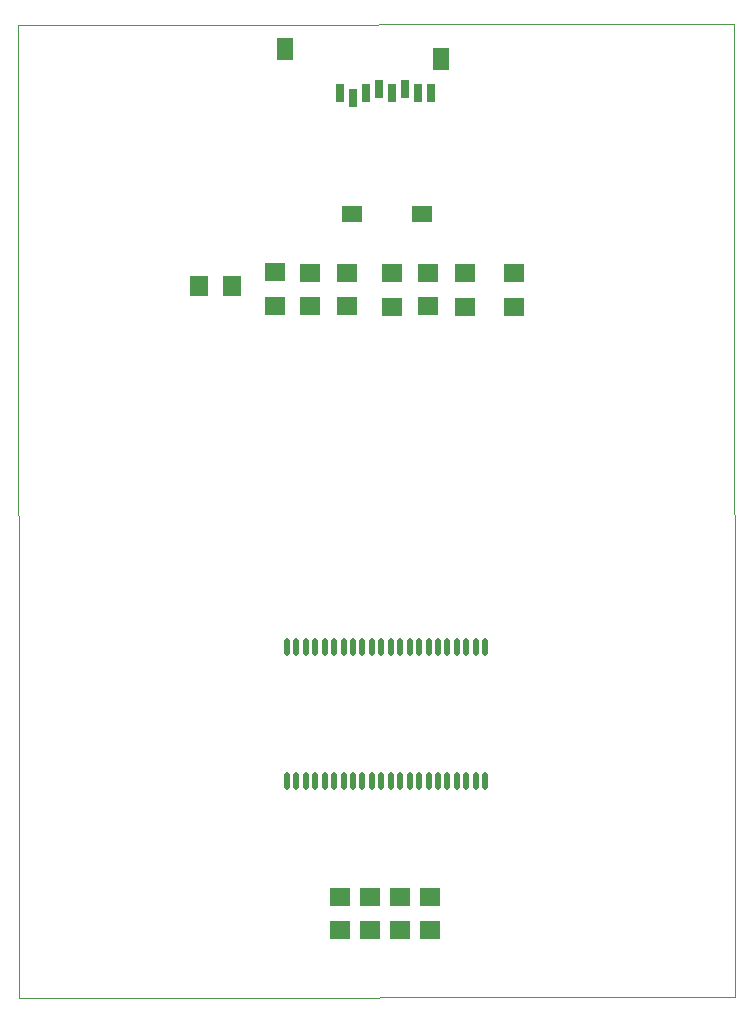
<source format=gtp>
G75*
%MOIN*%
%OFA0B0*%
%FSLAX25Y25*%
%IPPOS*%
%LPD*%
%AMOC8*
5,1,8,0,0,1.08239X$1,22.5*
%
%ADD10C,0.00000*%
%ADD11R,0.07087X0.06299*%
%ADD12C,0.02165*%
%ADD13R,0.06299X0.07098*%
%ADD14R,0.07098X0.06299*%
%ADD15R,0.05512X0.07480*%
%ADD16R,0.07087X0.05512*%
%ADD17R,0.02756X0.05906*%
D10*
X0002707Y0075410D02*
X0002407Y0399711D01*
X0241028Y0400011D01*
X0241328Y0075710D01*
X0002707Y0075410D01*
D11*
X0109907Y0097798D03*
X0109907Y0108822D03*
X0119907Y0108822D03*
X0129907Y0108822D03*
X0129907Y0097798D03*
X0119907Y0097798D03*
X0139907Y0097798D03*
X0139907Y0108822D03*
D12*
X0139280Y0145481D02*
X0139280Y0145481D01*
X0139280Y0149615D01*
X0139280Y0149615D01*
X0139280Y0145481D01*
X0139280Y0147645D02*
X0139280Y0147645D01*
X0136131Y0145481D02*
X0136131Y0145481D01*
X0136131Y0149615D01*
X0136131Y0149615D01*
X0136131Y0145481D01*
X0136131Y0147645D02*
X0136131Y0147645D01*
X0132981Y0145481D02*
X0132981Y0145481D01*
X0132981Y0149615D01*
X0132981Y0149615D01*
X0132981Y0145481D01*
X0132981Y0147645D02*
X0132981Y0147645D01*
X0129831Y0145481D02*
X0129831Y0145481D01*
X0129831Y0149615D01*
X0129831Y0149615D01*
X0129831Y0145481D01*
X0129831Y0147645D02*
X0129831Y0147645D01*
X0126682Y0145481D02*
X0126682Y0145481D01*
X0126682Y0149615D01*
X0126682Y0149615D01*
X0126682Y0145481D01*
X0126682Y0147645D02*
X0126682Y0147645D01*
X0123532Y0145481D02*
X0123532Y0145481D01*
X0123532Y0149615D01*
X0123532Y0149615D01*
X0123532Y0145481D01*
X0123532Y0147645D02*
X0123532Y0147645D01*
X0120383Y0145481D02*
X0120383Y0145481D01*
X0120383Y0149615D01*
X0120383Y0149615D01*
X0120383Y0145481D01*
X0120383Y0147645D02*
X0120383Y0147645D01*
X0117233Y0145481D02*
X0117233Y0145481D01*
X0117233Y0149615D01*
X0117233Y0149615D01*
X0117233Y0145481D01*
X0117233Y0147645D02*
X0117233Y0147645D01*
X0114083Y0145481D02*
X0114083Y0145481D01*
X0114083Y0149615D01*
X0114083Y0149615D01*
X0114083Y0145481D01*
X0114083Y0147645D02*
X0114083Y0147645D01*
X0110934Y0145481D02*
X0110934Y0145481D01*
X0110934Y0149615D01*
X0110934Y0149615D01*
X0110934Y0145481D01*
X0110934Y0147645D02*
X0110934Y0147645D01*
X0107784Y0145481D02*
X0107784Y0145481D01*
X0107784Y0149615D01*
X0107784Y0149615D01*
X0107784Y0145481D01*
X0107784Y0147645D02*
X0107784Y0147645D01*
X0104635Y0145481D02*
X0104635Y0145481D01*
X0104635Y0149615D01*
X0104635Y0149615D01*
X0104635Y0145481D01*
X0104635Y0147645D02*
X0104635Y0147645D01*
X0101485Y0145481D02*
X0101485Y0145481D01*
X0101485Y0149615D01*
X0101485Y0149615D01*
X0101485Y0145481D01*
X0101485Y0147645D02*
X0101485Y0147645D01*
X0098335Y0145481D02*
X0098335Y0145481D01*
X0098335Y0149615D01*
X0098335Y0149615D01*
X0098335Y0145481D01*
X0098335Y0147645D02*
X0098335Y0147645D01*
X0095186Y0145481D02*
X0095186Y0145481D01*
X0095186Y0149615D01*
X0095186Y0149615D01*
X0095186Y0145481D01*
X0095186Y0147645D02*
X0095186Y0147645D01*
X0092036Y0145481D02*
X0092036Y0145481D01*
X0092036Y0149615D01*
X0092036Y0149615D01*
X0092036Y0145481D01*
X0092036Y0147645D02*
X0092036Y0147645D01*
X0092036Y0194339D02*
X0092036Y0194339D01*
X0092036Y0190205D01*
X0092036Y0190205D01*
X0092036Y0194339D01*
X0092036Y0192369D02*
X0092036Y0192369D01*
X0095186Y0194339D02*
X0095186Y0194339D01*
X0095186Y0190205D01*
X0095186Y0190205D01*
X0095186Y0194339D01*
X0095186Y0192369D02*
X0095186Y0192369D01*
X0098335Y0194339D02*
X0098335Y0194339D01*
X0098335Y0190205D01*
X0098335Y0190205D01*
X0098335Y0194339D01*
X0098335Y0192369D02*
X0098335Y0192369D01*
X0101485Y0194339D02*
X0101485Y0194339D01*
X0101485Y0190205D01*
X0101485Y0190205D01*
X0101485Y0194339D01*
X0101485Y0192369D02*
X0101485Y0192369D01*
X0104635Y0194339D02*
X0104635Y0194339D01*
X0104635Y0190205D01*
X0104635Y0190205D01*
X0104635Y0194339D01*
X0104635Y0192369D02*
X0104635Y0192369D01*
X0107784Y0194339D02*
X0107784Y0194339D01*
X0107784Y0190205D01*
X0107784Y0190205D01*
X0107784Y0194339D01*
X0107784Y0192369D02*
X0107784Y0192369D01*
X0110934Y0194339D02*
X0110934Y0194339D01*
X0110934Y0190205D01*
X0110934Y0190205D01*
X0110934Y0194339D01*
X0110934Y0192369D02*
X0110934Y0192369D01*
X0114083Y0194339D02*
X0114083Y0194339D01*
X0114083Y0190205D01*
X0114083Y0190205D01*
X0114083Y0194339D01*
X0114083Y0192369D02*
X0114083Y0192369D01*
X0117233Y0194339D02*
X0117233Y0194339D01*
X0117233Y0190205D01*
X0117233Y0190205D01*
X0117233Y0194339D01*
X0117233Y0192369D02*
X0117233Y0192369D01*
X0120383Y0194339D02*
X0120383Y0194339D01*
X0120383Y0190205D01*
X0120383Y0190205D01*
X0120383Y0194339D01*
X0120383Y0192369D02*
X0120383Y0192369D01*
X0123532Y0194339D02*
X0123532Y0194339D01*
X0123532Y0190205D01*
X0123532Y0190205D01*
X0123532Y0194339D01*
X0123532Y0192369D02*
X0123532Y0192369D01*
X0126682Y0194339D02*
X0126682Y0194339D01*
X0126682Y0190205D01*
X0126682Y0190205D01*
X0126682Y0194339D01*
X0126682Y0192369D02*
X0126682Y0192369D01*
X0129831Y0194339D02*
X0129831Y0194339D01*
X0129831Y0190205D01*
X0129831Y0190205D01*
X0129831Y0194339D01*
X0129831Y0192369D02*
X0129831Y0192369D01*
X0132981Y0194339D02*
X0132981Y0194339D01*
X0132981Y0190205D01*
X0132981Y0190205D01*
X0132981Y0194339D01*
X0132981Y0192369D02*
X0132981Y0192369D01*
X0136131Y0194339D02*
X0136131Y0194339D01*
X0136131Y0190205D01*
X0136131Y0190205D01*
X0136131Y0194339D01*
X0136131Y0192369D02*
X0136131Y0192369D01*
X0139280Y0194339D02*
X0139280Y0194339D01*
X0139280Y0190205D01*
X0139280Y0190205D01*
X0139280Y0194339D01*
X0139280Y0192369D02*
X0139280Y0192369D01*
X0142430Y0194339D02*
X0142430Y0194339D01*
X0142430Y0190205D01*
X0142430Y0190205D01*
X0142430Y0194339D01*
X0142430Y0192369D02*
X0142430Y0192369D01*
X0145580Y0194339D02*
X0145580Y0194339D01*
X0145580Y0190205D01*
X0145580Y0190205D01*
X0145580Y0194339D01*
X0145580Y0192369D02*
X0145580Y0192369D01*
X0148729Y0194339D02*
X0148729Y0194339D01*
X0148729Y0190205D01*
X0148729Y0190205D01*
X0148729Y0194339D01*
X0148729Y0192369D02*
X0148729Y0192369D01*
X0151879Y0194339D02*
X0151879Y0194339D01*
X0151879Y0190205D01*
X0151879Y0190205D01*
X0151879Y0194339D01*
X0151879Y0192369D02*
X0151879Y0192369D01*
X0155028Y0194339D02*
X0155028Y0194339D01*
X0155028Y0190205D01*
X0155028Y0190205D01*
X0155028Y0194339D01*
X0155028Y0192369D02*
X0155028Y0192369D01*
X0158178Y0194339D02*
X0158178Y0194339D01*
X0158178Y0190205D01*
X0158178Y0190205D01*
X0158178Y0194339D01*
X0158178Y0192369D02*
X0158178Y0192369D01*
X0158178Y0145481D02*
X0158178Y0145481D01*
X0158178Y0149615D01*
X0158178Y0149615D01*
X0158178Y0145481D01*
X0158178Y0147645D02*
X0158178Y0147645D01*
X0155028Y0145481D02*
X0155028Y0145481D01*
X0155028Y0149615D01*
X0155028Y0149615D01*
X0155028Y0145481D01*
X0155028Y0147645D02*
X0155028Y0147645D01*
X0151879Y0145481D02*
X0151879Y0145481D01*
X0151879Y0149615D01*
X0151879Y0149615D01*
X0151879Y0145481D01*
X0151879Y0147645D02*
X0151879Y0147645D01*
X0148729Y0145481D02*
X0148729Y0145481D01*
X0148729Y0149615D01*
X0148729Y0149615D01*
X0148729Y0145481D01*
X0148729Y0147645D02*
X0148729Y0147645D01*
X0145580Y0145481D02*
X0145580Y0145481D01*
X0145580Y0149615D01*
X0145580Y0149615D01*
X0145580Y0145481D01*
X0145580Y0147645D02*
X0145580Y0147645D01*
X0142430Y0145481D02*
X0142430Y0145481D01*
X0142430Y0149615D01*
X0142430Y0149615D01*
X0142430Y0145481D01*
X0142430Y0147645D02*
X0142430Y0147645D01*
D13*
X0073806Y0312710D03*
X0062609Y0312710D03*
D14*
X0088007Y0317209D03*
X0088007Y0306012D03*
X0099907Y0305912D03*
X0099907Y0317109D03*
X0112007Y0317009D03*
X0112007Y0305812D03*
X0127107Y0305712D03*
X0127107Y0316909D03*
X0139107Y0317009D03*
X0139107Y0305812D03*
X0151307Y0305712D03*
X0151307Y0316909D03*
X0167607Y0316809D03*
X0167607Y0305612D03*
D15*
X0143532Y0388217D03*
X0091564Y0391761D03*
D16*
X0113611Y0336643D03*
X0137233Y0336643D03*
D17*
X0114005Y0375225D03*
X0109674Y0376800D03*
X0118335Y0376800D03*
X0122666Y0378375D03*
X0126997Y0376800D03*
X0131328Y0378375D03*
X0135658Y0376800D03*
X0139989Y0376800D03*
M02*

</source>
